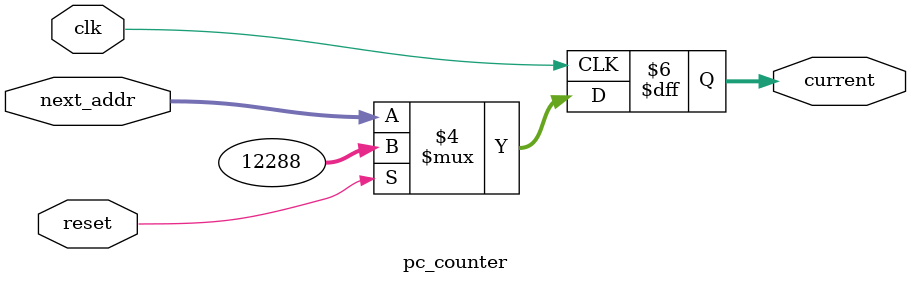
<source format=v>
/****************************************************************************
 * pcCounter.v
 ****************************************************************************/

/**
 * Module: pcCounter
 * 
 * TODO: Add module documentation
 */
module pc_counter(
		//input clk, HazardUnitControl ;
		input clk,
		input reset,
		input [31:0] next_addr,
		output reg [31:0] current
		);
	
	reg [31:0] internalReg;
	
	always @(posedge clk) begin
		if (reset == 1) 
			begin
				current[31:0] = 32'h00003000;
			end
		else begin
			current = next_addr; 		
		end
	end
		
endmodule



</source>
